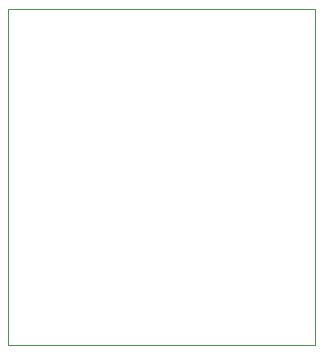
<source format=gbr>
%TF.GenerationSoftware,KiCad,Pcbnew,9.0.2*%
%TF.CreationDate,2025-06-02T11:29:15-03:00*%
%TF.ProjectId,PCB_Borneras,5043425f-426f-4726-9e65-7261732e6b69,rev?*%
%TF.SameCoordinates,Original*%
%TF.FileFunction,Profile,NP*%
%FSLAX46Y46*%
G04 Gerber Fmt 4.6, Leading zero omitted, Abs format (unit mm)*
G04 Created by KiCad (PCBNEW 9.0.2) date 2025-06-02 11:29:15*
%MOMM*%
%LPD*%
G01*
G04 APERTURE LIST*
%TA.AperFunction,Profile*%
%ADD10C,0.050000*%
%TD*%
G04 APERTURE END LIST*
D10*
X121000000Y-78500000D02*
X95000000Y-78500000D01*
X95000000Y-50000000D01*
X121000000Y-50000000D01*
X121000000Y-78500000D01*
M02*

</source>
